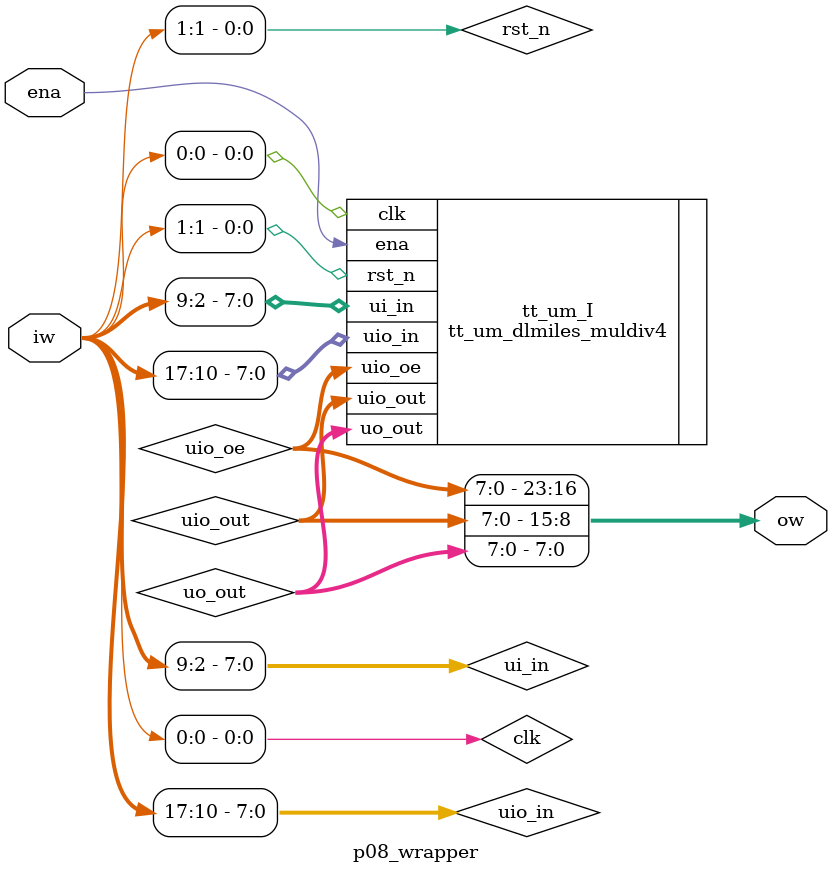
<source format=v>
`default_nettype none

module p08_wrapper (
  input wire ena,
  input wire [17:0] iw,
  output wire [23:0] ow
);

wire [7:0] uio_in;
wire [7:0] uio_out;
wire [7:0] uio_oe;
wire [7:0] uo_out;
wire [7:0] ui_in;
wire clk;
wire rst_n;

assign { uio_in, ui_in, rst_n, clk } = iw;
assign ow = { uio_oe, uio_out, uo_out };

tt_um_dlmiles_muldiv4 tt_um_I (
  .uio_in  (uio_in),
  .uio_out (uio_out),
  .uio_oe  (uio_oe),
  .uo_out  (uo_out),
  .ui_in   (ui_in),
  .ena     (ena),
  .clk     (clk),
  .rst_n   (rst_n)
);

endmodule

</source>
